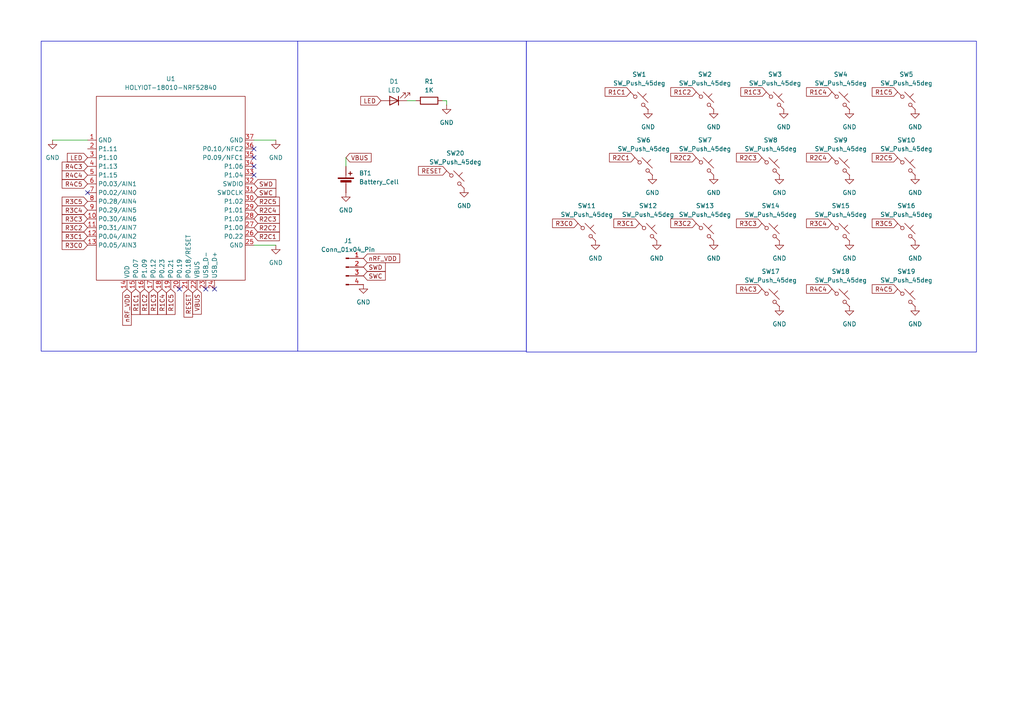
<source format=kicad_sch>
(kicad_sch (version 20250114) (generator "eeschema") (generator_version "9.0")
  (paper "A4")
  (lib_symbols
    (symbol "takemo:Battery_Cell" (pin_numbers (hide yes)) (pin_names (offset 0) (hide yes))
      (property "Reference" "BT" (at 2.54 2.54 0))
      (property "Value" "Battery_Cell" (at 2.54 0 0))
      (symbol "Battery_Cell_0_1"
        (rectangle (start -2.286 1.778) (end 2.286 1.524) (fill (type outline)))
        (rectangle (start -1.524 1.016) (end 1.524 0.508) (fill (type outline)))
        (polyline (pts (xy 0 1.778) (xy 0 2.54)))
        (polyline (pts (xy 0 0.762) (xy 0 0)))
        (polyline (pts (xy 0.762 3.048) (xy 1.778 3.048)) (stroke (width 0.254)))
        (polyline (pts (xy 1.27 3.556) (xy 1.27 2.54)) (stroke (width 0.254)))
      )
      (symbol "Battery_Cell_1_1"
        (pin passive line (at 0 5.08 270) (length 2.54) (name "+") (number "1"))
        (pin passive line (at 0 -2.54 90) (length 2.54) (name "-") (number "2"))
      )
    )
    (symbol "takemo:Conn_01x04_Pin" (pin_names (offset 1.016) (hide yes))
      (property "Reference" "J" (at 0 5.08 0))
      (property "Value" "Conn_01x04_Pin" (at 0 -7.62 0))
      (symbol "Conn_01x04_Pin_1_1"
        (rectangle (start 0.8636 2.667) (end 0 2.413) (stroke (width 0.1524)) (fill (type outline)))
        (rectangle (start 0.8636 0.127) (end 0 -0.127) (stroke (width 0.1524)) (fill (type outline)))
        (rectangle (start 0.8636 -2.413) (end 0 -2.667) (stroke (width 0.1524)) (fill (type outline)))
        (rectangle (start 0.8636 -4.953) (end 0 -5.207) (stroke (width 0.1524)) (fill (type outline)))
        (polyline (pts (xy 1.27 2.54) (xy 0.8636 2.54)) (stroke (width 0.1524)))
        (polyline (pts (xy 1.27 0) (xy 0.8636 0)) (stroke (width 0.1524)))
        (polyline (pts (xy 1.27 -2.54) (xy 0.8636 -2.54)) (stroke (width 0.1524)))
        (polyline (pts (xy 1.27 -5.08) (xy 0.8636 -5.08)) (stroke (width 0.1524)))
        (pin passive line (at 5.08 2.54 180) (length 3.81) (name "Pin_1") (number "1"))
        (pin passive line (at 5.08 0 180) (length 3.81) (name "Pin_2") (number "2"))
        (pin passive line (at 5.08 -2.54 180) (length 3.81) (name "Pin_3") (number "3"))
        (pin passive line (at 5.08 -5.08 180) (length 3.81) (name "Pin_4") (number "4"))
      )
    )
    (symbol "takemo:GND" (power) (pin_numbers (hide yes)) (pin_names (offset 0) (hide yes))
      (property "Value" "GND" (at 0 -3.81 0))
      (symbol "GND_0_1"
        (polyline (pts (xy 0 0) (xy 0 -1.27) (xy 1.27 -1.27) (xy 0 -2.54) (xy -1.27 -1.27) (xy 0 -1.27)))
      )
      (symbol "GND_1_1"
        (pin power_in line (at 0 0 270) (length 0) (name "~") (number "1"))
      )
    )
    (symbol "takemo:HOLYIOT-18010-NRF52840"
      (property "Reference" "U1" (at 0 31.75 0))
      (property "Value" "HOLYIOT-18010-NRF52840" (at 0 29.21 0))
      (symbol "HOLYIOT-18010-NRF52840_0_1"
        (rectangle (start -21.59 27.94) (end 21.59 -25.4))
      )
      (symbol "HOLYIOT-18010-NRF52840_1_1"
        (pin power_in line (at -24.13 15.24 0) (length 2.54) (name "GND") (number "1"))
        (pin input line (at -24.13 12.7 0) (length 2.54) (name "P1.11") (number "2"))
        (pin input line (at -24.13 10.16 0) (length 2.54) (name "P1.10") (number "3"))
        (pin input line (at -24.13 7.62 0) (length 2.54) (name "P1.13") (number "4"))
        (pin input line (at -24.13 5.08 0) (length 2.54) (name "P1.15") (number "5"))
        (pin input line (at -24.13 2.54 0) (length 2.54) (name "P0.03/AIN1") (number "6"))
        (pin input line (at -24.13 0 0) (length 2.54) (name "P0.02/AIN0") (number "7"))
        (pin input line (at -24.13 -2.54 0) (length 2.54) (name "P0.28/AIN4") (number "8"))
        (pin input line (at -24.13 -5.08 0) (length 2.54) (name "P0.29/AIN5") (number "9"))
        (pin input line (at -24.13 -7.62 0) (length 2.54) (name "P0.30/AIN6") (number "10"))
        (pin input line (at -24.13 -10.16 0) (length 2.54) (name "P0.31/AIN7") (number "11"))
        (pin input line (at -24.13 -12.7 0) (length 2.54) (name "P0.04/AIN2") (number "12"))
        (pin input line (at -24.13 -15.24 0) (length 2.54) (name "P0.05/AIN3") (number "13"))
        (pin power_in line (at -12.7 -27.94 90) (length 2.54) (name "VDD") (number "14"))
        (pin input line (at -10.16 -27.94 90) (length 2.54) (name "P0.07") (number "15"))
        (pin input line (at -7.62 -27.94 90) (length 2.54) (name "P1.09") (number "16"))
        (pin input line (at -5.08 -27.94 90) (length 2.54) (name "P0.12") (number "17"))
        (pin input line (at -2.54 -27.94 90) (length 2.54) (name "P0.23") (number "18"))
        (pin input line (at 0 -27.94 90) (length 2.54) (name "P0.21") (number "19"))
        (pin input line (at 2.54 -27.94 90) (length 2.54) (name "P0.19") (number "20"))
        (pin input line (at 5.08 -27.94 90) (length 2.54) (name "P0.18/RESET") (number "21"))
        (pin power_in line (at 7.62 -27.94 90) (length 2.54) (name "VBUS") (number "22"))
        (pin input line (at 10.16 -27.94 90) (length 2.54) (name "USB_D-") (number "23"))
        (pin input line (at 12.7 -27.94 90) (length 2.54) (name "USB_D+") (number "24"))
        (pin power_in line (at 24.13 15.24 180) (length 2.54) (name "GND") (number "37"))
        (pin input line (at 24.13 12.7 180) (length 2.54) (name "P0.10/NFC2") (number "36"))
        (pin input line (at 24.13 10.16 180) (length 2.54) (name "P0.09/NFC1") (number "35"))
        (pin input line (at 24.13 7.62 180) (length 2.54) (name "P1.06") (number "34"))
        (pin input line (at 24.13 5.08 180) (length 2.54) (name "P1.04") (number "33"))
        (pin input line (at 24.13 2.54 180) (length 2.54) (name "SWDIO") (number "32"))
        (pin input line (at 24.13 0 180) (length 2.54) (name "SWDCLK") (number "31"))
        (pin input line (at 24.13 -2.54 180) (length 2.54) (name "P1.02") (number "30"))
        (pin input line (at 24.13 -5.08 180) (length 2.54) (name "P1.01") (number "29"))
        (pin input line (at 24.13 -7.62 180) (length 2.54) (name "P1.03") (number "28"))
        (pin input line (at 24.13 -10.16 180) (length 2.54) (name "P1.00") (number "27"))
        (pin input line (at 24.13 -12.7 180) (length 2.54) (name "P0.22") (number "26"))
        (pin power_in line (at 24.13 -15.24 180) (length 2.54) (name "GND") (number "25"))
      )
    )
    (symbol "takemo:LED" (pin_numbers (hide yes)) (pin_names (offset 1.016) (hide yes))
      (property "Reference" "D" (at 0 2.54 0))
      (property "Value" "LED" (at 0 -2.54 0))
      (symbol "LED_0_1"
        (polyline (pts (xy -3.048 -0.762) (xy -4.572 -2.286) (xy -3.81 -2.286) (xy -4.572 -2.286) (xy -4.572 -1.524)))
        (polyline (pts (xy -1.778 -0.762) (xy -3.302 -2.286) (xy -2.54 -2.286) (xy -3.302 -2.286) (xy -3.302 -1.524)))
        (polyline (pts (xy -1.27 0) (xy 1.27 0)))
        (polyline (pts (xy -1.27 -1.27) (xy -1.27 1.27)) (stroke (width 0.254)))
        (polyline (pts (xy 1.27 -1.27) (xy 1.27 1.27) (xy -1.27 0) (xy 1.27 -1.27)) (stroke (width 0.254)))
      )
      (symbol "LED_1_1"
        (pin passive line (at -3.81 0 0) (length 2.54) (name "K") (number "1"))
        (pin passive line (at 3.81 0 180) (length 2.54) (name "A") (number "2"))
      )
    )
    (symbol "takemo:R" (pin_numbers (hide yes)) (pin_names (offset 0))
      (property "Reference" "R" (at 2.032 0 90))
      (property "Value" "R" (at 0 0 90))
      (symbol "R_0_1"
        (rectangle (start -1.016 -2.54) (end 1.016 2.54) (stroke (width 0.254)))
      )
      (symbol "R_1_1"
        (pin passive line (at 0 3.81 270) (length 1.27) (name "~") (number "1"))
        (pin passive line (at 0 -3.81 90) (length 1.27) (name "~") (number "2"))
      )
    )
    (symbol "takemo:SW_Push_45deg" (pin_numbers (hide yes)) (pin_names (offset 1.016) (hide yes))
      (property "Reference" "SW" (at 3.048 1.016 0))
      (property "Value" "SW_Push_45deg" (at 0 -3.81 0))
      (symbol "SW_Push_45deg_0_1"
        (polyline (pts (xy -2.54 2.54) (xy -1.524 1.524) (xy -1.524 1.524)))
        (circle (center -1.1684 1.1684) (radius 0.508))
        (polyline (pts (xy -0.508 2.54) (xy 2.54 -0.508)))
        (polyline (pts (xy 1.016 1.016) (xy 2.032 2.032)))
        (circle (center 1.143 -1.1938) (radius 0.508))
        (polyline (pts (xy 1.524 -1.524) (xy 2.54 -2.54) (xy 2.54 -2.54) (xy 2.54 -2.54)))
        (pin passive line (at -2.54 2.54 0) (length 0) (name "1") (number "1"))
        (pin passive line (at 2.54 -2.54 180) (length 0) (name "2") (number "2"))
      )
    )
  )
  (rectangle (start 152.654 11.938) (end 283.21 102.108))
  (rectangle (start 11.938 11.938) (end 86.36 101.854))
  (rectangle (start 86.36 11.938) (end 152.654 101.854))
  (no_connect (at 73.66 50.8))
  (no_connect (at 25.4 55.88))
  (no_connect (at 59.69 83.82))
  (no_connect (at 52.07 83.82))
  (no_connect (at 73.66 43.18))
  (no_connect (at 73.66 48.26))
  (no_connect (at 62.23 83.82))
  (no_connect (at 73.66 45.72))
  (wire (pts (xy 15.24 40.64) (xy 25.4 40.64)))
  (wire (pts (xy 100.33 48.26) (xy 100.33 45.72)))
  (wire (pts (xy 129.54 29.21) (xy 128.27 29.21)))
  (wire (pts (xy 120.65 29.21) (xy 118.11 29.21)))
  (wire (pts (xy 129.54 30.48) (xy 129.54 29.21)))
  (wire (pts (xy 80.01 40.64) (xy 73.66 40.64)))
  (wire (pts (xy 80.01 71.12) (xy 73.66 71.12)))
  (global_label "R2C3" (shape input) (at 220.98 45.72 180) (property "Intersheetrefs" "${INTERSHEET_REFS}" (effects (hide yes))))
  (global_label "R3C0" (shape input) (at 167.64 64.77 180) (property "Intersheetrefs" "${INTERSHEET_REFS}" (effects (hide yes))))
  (global_label "nRF_VDD" (shape input) (at 36.83 83.82 270) (property "Intersheetrefs" "${INTERSHEET_REFS}" (effects (hide yes))))
  (global_label "R1C5" (shape input) (at 260.35 26.67 180) (property "Intersheetrefs" "${INTERSHEET_REFS}" (effects (hide yes))))
  (global_label "R1C1" (shape input) (at 39.37 83.82 270) (property "Intersheetrefs" "${INTERSHEET_REFS}" (effects (hide yes))))
  (global_label "R4C4" (shape input) (at 241.3 83.82 180) (property "Intersheetrefs" "${INTERSHEET_REFS}" (effects (hide yes))))
  (global_label "R3C3" (shape input) (at 25.4 63.5 180) (property "Intersheetrefs" "${INTERSHEET_REFS}" (effects (hide yes))))
  (global_label "R3C3" (shape input) (at 220.98 64.77 180) (property "Intersheetrefs" "${INTERSHEET_REFS}" (effects (hide yes))))
  (global_label "LED" (shape input) (at 110.49 29.21 180) (property "Intersheetrefs" "${INTERSHEET_REFS}" (effects (hide yes))))
  (global_label "LED" (shape input) (at 25.4 45.72 180) (property "Intersheetrefs" "${INTERSHEET_REFS}" (effects (hide yes))))
  (global_label "VBUS" (shape input) (at 100.33 45.72 0) (property "Intersheetrefs" "${INTERSHEET_REFS}" (effects (hide yes))))
  (global_label "R1C3" (shape input) (at 222.25 26.67 180) (property "Intersheetrefs" "${INTERSHEET_REFS}" (effects (hide yes))))
  (global_label "R3C4" (shape input) (at 241.3 64.77 180) (property "Intersheetrefs" "${INTERSHEET_REFS}" (effects (hide yes))))
  (global_label "SWD" (shape input) (at 73.66 53.34 0) (property "Intersheetrefs" "${INTERSHEET_REFS}" (effects (hide yes))))
  (global_label "R2C3" (shape input) (at 73.66 63.5 0) (property "Intersheetrefs" "${INTERSHEET_REFS}" (effects (hide yes))))
  (global_label "R4C5" (shape input) (at 25.4 53.34 180) (property "Intersheetrefs" "${INTERSHEET_REFS}" (effects (hide yes))))
  (global_label "R2C4" (shape input) (at 73.66 60.96 0) (property "Intersheetrefs" "${INTERSHEET_REFS}" (effects (hide yes))))
  (global_label "R1C3" (shape input) (at 44.45 83.82 270) (property "Intersheetrefs" "${INTERSHEET_REFS}" (effects (hide yes))))
  (global_label "R1C2" (shape input) (at 201.93 26.67 180) (property "Intersheetrefs" "${INTERSHEET_REFS}" (effects (hide yes))))
  (global_label "RESET" (shape input) (at 129.54 49.53 180) (property "Intersheetrefs" "${INTERSHEET_REFS}" (effects (hide yes))))
  (global_label "R3C2" (shape input) (at 201.93 64.77 180) (property "Intersheetrefs" "${INTERSHEET_REFS}" (effects (hide yes))))
  (global_label "R2C1" (shape input) (at 73.66 68.58 0) (property "Intersheetrefs" "${INTERSHEET_REFS}" (effects (hide yes))))
  (global_label "R1C2" (shape input) (at 41.91 83.82 270) (property "Intersheetrefs" "${INTERSHEET_REFS}" (effects (hide yes))))
  (global_label "R2C4" (shape input) (at 241.3 45.72 180) (property "Intersheetrefs" "${INTERSHEET_REFS}" (effects (hide yes))))
  (global_label "R2C1" (shape input) (at 184.15 45.72 180) (property "Intersheetrefs" "${INTERSHEET_REFS}" (effects (hide yes))))
  (global_label "R2C2" (shape input) (at 201.93 45.72 180) (property "Intersheetrefs" "${INTERSHEET_REFS}" (effects (hide yes))))
  (global_label "R3C5" (shape input) (at 25.4 58.42 180) (property "Intersheetrefs" "${INTERSHEET_REFS}" (effects (hide yes))))
  (global_label "R3C1" (shape input) (at 25.4 68.58 180) (property "Intersheetrefs" "${INTERSHEET_REFS}" (effects (hide yes))))
  (global_label "nRF_VDD" (shape input) (at 105.41 74.93 0) (property "Intersheetrefs" "${INTERSHEET_REFS}" (effects (hide yes))))
  (global_label "SWD" (shape input) (at 105.41 77.47 0) (property "Intersheetrefs" "${INTERSHEET_REFS}" (effects (hide yes))))
  (global_label "R2C5" (shape input) (at 260.35 45.72 180) (property "Intersheetrefs" "${INTERSHEET_REFS}" (effects (hide yes))))
  (global_label "SWC" (shape input) (at 105.41 80.01 0) (property "Intersheetrefs" "${INTERSHEET_REFS}" (effects (hide yes))))
  (global_label "VBUS" (shape input) (at 57.15 83.82 270) (property "Intersheetrefs" "${INTERSHEET_REFS}" (effects (hide yes))))
  (global_label "R2C5" (shape input) (at 73.66 58.42 0) (property "Intersheetrefs" "${INTERSHEET_REFS}" (effects (hide yes))))
  (global_label "R2C2" (shape input) (at 73.66 66.04 0) (property "Intersheetrefs" "${INTERSHEET_REFS}" (effects (hide yes))))
  (global_label "RESET" (shape input) (at 54.61 83.82 270) (property "Intersheetrefs" "${INTERSHEET_REFS}" (effects (hide yes))))
  (global_label "SWC" (shape input) (at 73.66 55.88 0) (property "Intersheetrefs" "${INTERSHEET_REFS}" (effects (hide yes))))
  (global_label "R4C3" (shape input) (at 220.98 83.82 180) (property "Intersheetrefs" "${INTERSHEET_REFS}" (effects (hide yes))))
  (global_label "R1C1" (shape input) (at 182.88 26.67 180) (property "Intersheetrefs" "${INTERSHEET_REFS}" (effects (hide yes))))
  (global_label "R1C4" (shape input) (at 46.99 83.82 270) (property "Intersheetrefs" "${INTERSHEET_REFS}" (effects (hide yes))))
  (global_label "R3C5" (shape input) (at 260.35 64.77 180) (property "Intersheetrefs" "${INTERSHEET_REFS}" (effects (hide yes))))
  (global_label "R3C4" (shape input) (at 25.4 60.96 180) (property "Intersheetrefs" "${INTERSHEET_REFS}" (effects (hide yes))))
  (global_label "R3C0" (shape input) (at 25.4 71.12 180) (property "Intersheetrefs" "${INTERSHEET_REFS}" (effects (hide yes))))
  (global_label "R3C2" (shape input) (at 25.4 66.04 180) (property "Intersheetrefs" "${INTERSHEET_REFS}" (effects (hide yes))))
  (global_label "R1C4" (shape input) (at 241.3 26.67 180) (property "Intersheetrefs" "${INTERSHEET_REFS}" (effects (hide yes))))
  (global_label "R4C5" (shape input) (at 260.35 83.82 180) (property "Intersheetrefs" "${INTERSHEET_REFS}" (effects (hide yes))))
  (global_label "R4C4" (shape input) (at 25.4 50.8 180) (property "Intersheetrefs" "${INTERSHEET_REFS}" (effects (hide yes))))
  (global_label "R3C1" (shape input) (at 185.42 64.77 180) (property "Intersheetrefs" "${INTERSHEET_REFS}" (effects (hide yes))))
  (global_label "R4C3" (shape input) (at 25.4 48.26 180) (property "Intersheetrefs" "${INTERSHEET_REFS}" (effects (hide yes))))
  (global_label "R1C5" (shape input) (at 49.53 83.82 270) (property "Intersheetrefs" "${INTERSHEET_REFS}" (effects (hide yes))))
  (symbol (lib_id "takemo:Battery_Cell") (at 100.33 53.34 0) (unit 1)
    (property "Reference" "BT1" (at 104.14 50.2284 0) (effects (justify left)))
    (property "Value" "Battery_Cell" (at 104.14 52.7684 0) (effects (justify left)))
    (property "Footprint" "takemo:BAT-SMD_MY-1632-03" (effects (hide yes)))
    (property "Description" "Single-cell battery" (effects (hide yes)))
  )
  (symbol (lib_id "takemo:GND") (at 246.38 50.8 0) (unit 1)
    (property "Reference" "#PWR015" (effects (hide yes)))
    (property "Value" "GND" (at 246.38 55.88 0))
    (property "Description" "Power symbol creates a global label with name \"GND\" , ground" (effects (hide yes)))
  )
  (symbol (lib_id "takemo:GND") (at 15.24 40.64 0) (unit 1)
    (property "Reference" "#PWR01" (effects (hide yes)))
    (property "Value" "GND" (at 15.24 45.72 0))
    (property "Description" "Power symbol creates a global label with name \"GND\" , ground" (effects (hide yes)))
  )
  (symbol (lib_id "takemo:SW_Push_45deg") (at 185.42 29.21 0) (unit 1)
    (property "Reference" "SW1" (at 185.42 21.59 0))
    (property "Value" "SW_Push_45deg" (at 185.42 24.13 0))
    (property "Footprint" "takemo:CPG1316S01D02" (effects (hide yes)))
    (property "Description" "Push button switch, normally open, two pins, 45° tilted" (effects (hide yes)))
  )
  (symbol (lib_id "takemo:GND") (at 265.43 69.85 0) (unit 1)
    (property "Reference" "#PWR021" (effects (hide yes)))
    (property "Value" "GND" (at 265.43 74.93 0))
    (property "Description" "Power symbol creates a global label with name \"GND\" , ground" (effects (hide yes)))
  )
  (symbol (lib_id "takemo:GND") (at 226.06 69.85 0) (unit 1)
    (property "Reference" "#PWR019" (effects (hide yes)))
    (property "Value" "GND" (at 226.06 74.93 0))
    (property "Description" "Power symbol creates a global label with name \"GND\" , ground" (effects (hide yes)))
  )
  (symbol (lib_id "takemo:GND") (at 172.72 69.85 0) (unit 1)
    (property "Reference" "#PWR013" (effects (hide yes)))
    (property "Value" "GND" (at 172.72 74.93 0))
    (property "Description" "Power symbol creates a global label with name \"GND\" , ground" (effects (hide yes)))
  )
  (symbol (lib_id "takemo:GND") (at 227.33 31.75 0) (unit 1)
    (property "Reference" "#PWR08" (effects (hide yes)))
    (property "Value" "GND" (at 227.33 36.83 0))
    (property "Description" "Power symbol creates a global label with name \"GND\" , ground" (effects (hide yes)))
  )
  (symbol (lib_id "takemo:HOLYIOT-18010-NRF52840") (at 49.53 55.88 0) (unit 1)
    (property "Reference" "U1" (at 49.53 22.86 0))
    (property "Value" "HOLYIOT-18010-NRF52840" (at 49.53 25.4 0))
    (property "Footprint" "takemo:Holyiot-18010-nRF52840" (effects (hide yes)))
  )
  (symbol (lib_id "takemo:SW_Push_45deg") (at 132.08 52.07 0) (unit 1)
    (property "Reference" "SW20" (at 132.08 44.45 0))
    (property "Value" "SW_Push_45deg" (at 132.08 46.99 0))
    (property "Footprint" "takemo:SW_SPST_B3U-3000P-B" (effects (hide yes)))
    (property "Description" "Push button switch, normally open, two pins, 45° tilted" (effects (hide yes)))
  )
  (symbol (lib_id "takemo:GND") (at 207.01 31.75 0) (unit 1)
    (property "Reference" "#PWR07" (effects (hide yes)))
    (property "Value" "GND" (at 207.01 36.83 0))
    (property "Description" "Power symbol creates a global label with name \"GND\" , ground" (effects (hide yes)))
  )
  (symbol (lib_id "takemo:SW_Push_45deg") (at 170.18 67.31 0) (unit 1)
    (property "Reference" "SW11" (at 170.18 59.69 0))
    (property "Value" "SW_Push_45deg" (at 170.18 62.23 0))
    (property "Footprint" "takemo:CPG1316S01D02" (effects (hide yes)))
    (property "Description" "Push button switch, normally open, two pins, 45° tilted" (effects (hide yes)))
  )
  (symbol (lib_id "takemo:SW_Push_45deg") (at 223.52 48.26 0) (unit 1)
    (property "Reference" "SW8" (at 223.52 40.64 0))
    (property "Value" "SW_Push_45deg" (at 223.52 43.18 0))
    (property "Footprint" "takemo:CPG1316S01D02" (effects (hide yes)))
    (property "Description" "Push button switch, normally open, two pins, 45° tilted" (effects (hide yes)))
  )
  (symbol (lib_id "takemo:SW_Push_45deg") (at 223.52 86.36 0) (unit 1)
    (property "Reference" "SW17" (at 223.52 78.74 0))
    (property "Value" "SW_Push_45deg" (at 223.52 81.28 0))
    (property "Footprint" "takemo:CPG1316S01D02" (effects (hide yes)))
    (property "Description" "Push button switch, normally open, two pins, 45° tilted" (effects (hide yes)))
  )
  (symbol (lib_id "takemo:GND") (at 105.41 82.55 0) (unit 1)
    (property "Reference" "#PWR025" (effects (hide yes)))
    (property "Value" "GND" (at 105.41 87.63 0))
    (property "Description" "Power symbol creates a global label with name \"GND\" , ground" (effects (hide yes)))
  )
  (symbol (lib_id "takemo:GND") (at 226.06 88.9 0) (unit 1)
    (property "Reference" "#PWR022" (effects (hide yes)))
    (property "Value" "GND" (at 226.06 93.98 0))
    (property "Description" "Power symbol creates a global label with name \"GND\" , ground" (effects (hide yes)))
  )
  (symbol (lib_id "takemo:SW_Push_45deg") (at 223.52 67.31 0) (unit 1)
    (property "Reference" "SW14" (at 223.52 59.69 0))
    (property "Value" "SW_Push_45deg" (at 223.52 62.23 0))
    (property "Footprint" "takemo:CPG1316S01D02" (effects (hide yes)))
    (property "Description" "Push button switch, normally open, two pins, 45° tilted" (effects (hide yes)))
  )
  (symbol (lib_id "takemo:GND") (at 265.43 31.75 0) (unit 1)
    (property "Reference" "#PWR010" (effects (hide yes)))
    (property "Value" "GND" (at 265.43 36.83 0))
    (property "Description" "Power symbol creates a global label with name \"GND\" , ground" (effects (hide yes)))
  )
  (symbol (lib_id "takemo:GND") (at 246.38 31.75 0) (unit 1)
    (property "Reference" "#PWR09" (effects (hide yes)))
    (property "Value" "GND" (at 246.38 36.83 0))
    (property "Description" "Power symbol creates a global label with name \"GND\" , ground" (effects (hide yes)))
  )
  (symbol (lib_id "takemo:GND") (at 80.01 40.64 0) (unit 1)
    (property "Reference" "#PWR02" (effects (hide yes)))
    (property "Value" "GND" (at 80.01 45.72 0))
    (property "Description" "Power symbol creates a global label with name \"GND\" , ground" (effects (hide yes)))
  )
  (symbol (lib_id "takemo:GND") (at 189.23 50.8 0) (unit 1)
    (property "Reference" "#PWR011" (effects (hide yes)))
    (property "Value" "GND" (at 189.23 55.88 0))
    (property "Description" "Power symbol creates a global label with name \"GND\" , ground" (effects (hide yes)))
  )
  (symbol (lib_id "takemo:GND") (at 207.01 69.85 0) (unit 1)
    (property "Reference" "#PWR018" (effects (hide yes)))
    (property "Value" "GND" (at 207.01 74.93 0))
    (property "Description" "Power symbol creates a global label with name \"GND\" , ground" (effects (hide yes)))
  )
  (symbol (lib_id "takemo:SW_Push_45deg") (at 243.84 29.21 0) (unit 1)
    (property "Reference" "SW4" (at 243.84 21.59 0))
    (property "Value" "SW_Push_45deg" (at 243.84 24.13 0))
    (property "Footprint" "takemo:CPG1316S01D02" (effects (hide yes)))
    (property "Description" "Push button switch, normally open, two pins, 45° tilted" (effects (hide yes)))
  )
  (symbol (lib_id "takemo:SW_Push_45deg") (at 187.96 67.31 0) (unit 1)
    (property "Reference" "SW12" (at 187.96 59.69 0))
    (property "Value" "SW_Push_45deg" (at 187.96 62.23 0))
    (property "Footprint" "takemo:CPG1316S01D02" (effects (hide yes)))
    (property "Description" "Push button switch, normally open, two pins, 45° tilted" (effects (hide yes)))
  )
  (symbol (lib_id "takemo:GND") (at 190.5 69.85 0) (unit 1)
    (property "Reference" "#PWR012" (effects (hide yes)))
    (property "Value" "GND" (at 190.5 74.93 0))
    (property "Description" "Power symbol creates a global label with name \"GND\" , ground" (effects (hide yes)))
  )
  (symbol (lib_id "takemo:SW_Push_45deg") (at 262.89 86.36 0) (unit 1)
    (property "Reference" "SW19" (at 262.89 78.74 0))
    (property "Value" "SW_Push_45deg" (at 262.89 81.28 0))
    (property "Footprint" "takemo:CPG1316S01D02" (effects (hide yes)))
    (property "Description" "Push button switch, normally open, two pins, 45° tilted" (effects (hide yes)))
  )
  (symbol (lib_id "takemo:GND") (at 134.62 54.61 0) (unit 1)
    (property "Reference" "#PWR05" (effects (hide yes)))
    (property "Value" "GND" (at 134.62 59.69 0))
    (property "Description" "Power symbol creates a global label with name \"GND\" , ground" (effects (hide yes)))
  )
  (symbol (lib_id "takemo:Conn_01x04_Pin") (at 100.33 77.47 0) (unit 1)
    (property "Reference" "J1" (at 100.965 69.85 0))
    (property "Value" "Conn_01x04_Pin" (at 100.965 72.39 0))
    (property "Footprint" "takemo:PinHeader_1x04_P1.00mm_Vertical" (effects (hide yes)))
    (property "Description" "Generic connector, single row, 01x04, script generated" (effects (hide yes)))
  )
  (symbol (lib_id "takemo:SW_Push_45deg") (at 204.47 29.21 0) (unit 1)
    (property "Reference" "SW2" (at 204.47 21.59 0))
    (property "Value" "SW_Push_45deg" (at 204.47 24.13 0))
    (property "Footprint" "takemo:CPG1316S01D02" (effects (hide yes)))
    (property "Description" "Push button switch, normally open, two pins, 45° tilted" (effects (hide yes)))
  )
  (symbol (lib_id "takemo:GND") (at 246.38 69.85 0) (unit 1)
    (property "Reference" "#PWR020" (effects (hide yes)))
    (property "Value" "GND" (at 246.38 74.93 0))
    (property "Description" "Power symbol creates a global label with name \"GND\" , ground" (effects (hide yes)))
  )
  (symbol (lib_id "takemo:GND") (at 207.01 50.8 0) (unit 1)
    (property "Reference" "#PWR017" (effects (hide yes)))
    (property "Value" "GND" (at 207.01 55.88 0))
    (property "Description" "Power symbol creates a global label with name \"GND\" , ground" (effects (hide yes)))
  )
  (symbol (lib_id "takemo:SW_Push_45deg") (at 186.69 48.26 0) (unit 1)
    (property "Reference" "SW6" (at 186.69 40.64 0))
    (property "Value" "SW_Push_45deg" (at 186.69 43.18 0))
    (property "Footprint" "takemo:CPG1316S01D02" (effects (hide yes)))
    (property "Description" "Push button switch, normally open, two pins, 45° tilted" (effects (hide yes)))
  )
  (symbol (lib_id "takemo:SW_Push_45deg") (at 262.89 29.21 0) (unit 1)
    (property "Reference" "SW5" (at 262.89 21.59 0))
    (property "Value" "SW_Push_45deg" (at 262.89 24.13 0))
    (property "Footprint" "takemo:CPG1316S01D02" (effects (hide yes)))
    (property "Description" "Push button switch, normally open, two pins, 45° tilted" (effects (hide yes)))
  )
  (symbol (lib_id "takemo:GND") (at 80.01 71.12 0) (unit 1)
    (property "Reference" "#PWR03" (effects (hide yes)))
    (property "Value" "GND" (at 80.01 76.2 0))
    (property "Description" "Power symbol creates a global label with name \"GND\" , ground" (effects (hide yes)))
  )
  (symbol (lib_id "takemo:GND") (at 226.06 50.8 0) (unit 1)
    (property "Reference" "#PWR016" (effects (hide yes)))
    (property "Value" "GND" (at 226.06 55.88 0))
    (property "Description" "Power symbol creates a global label with name \"GND\" , ground" (effects (hide yes)))
  )
  (symbol (lib_id "takemo:SW_Push_45deg") (at 204.47 67.31 0) (unit 1)
    (property "Reference" "SW13" (at 204.47 59.69 0))
    (property "Value" "SW_Push_45deg" (at 204.47 62.23 0))
    (property "Footprint" "takemo:CPG1316S01D02" (effects (hide yes)))
    (property "Description" "Push button switch, normally open, two pins, 45° tilted" (effects (hide yes)))
  )
  (symbol (lib_id "takemo:GND") (at 246.38 88.9 0) (unit 1)
    (property "Reference" "#PWR023" (effects (hide yes)))
    (property "Value" "GND" (at 246.38 93.98 0))
    (property "Description" "Power symbol creates a global label with name \"GND\" , ground" (effects (hide yes)))
  )
  (symbol (lib_id "takemo:SW_Push_45deg") (at 243.84 48.26 0) (unit 1)
    (property "Reference" "SW9" (at 243.84 40.64 0))
    (property "Value" "SW_Push_45deg" (at 243.84 43.18 0))
    (property "Footprint" "takemo:CPG1316S01D02" (effects (hide yes)))
    (property "Description" "Push button switch, normally open, two pins, 45° tilted" (effects (hide yes)))
  )
  (symbol (lib_id "takemo:SW_Push_45deg") (at 224.79 29.21 0) (unit 1)
    (property "Reference" "SW3" (at 224.79 21.59 0))
    (property "Value" "SW_Push_45deg" (at 224.79 24.13 0))
    (property "Footprint" "takemo:CPG1316S01D02" (effects (hide yes)))
    (property "Description" "Push button switch, normally open, two pins, 45° tilted" (effects (hide yes)))
  )
  (symbol (lib_id "takemo:GND") (at 187.96 31.75 0) (unit 1)
    (property "Reference" "#PWR06" (effects (hide yes)))
    (property "Value" "GND" (at 187.96 36.83 0))
    (property "Description" "Power symbol creates a global label with name \"GND\" , ground" (effects (hide yes)))
  )
  (symbol (lib_id "takemo:GND") (at 265.43 50.8 0) (unit 1)
    (property "Reference" "#PWR014" (effects (hide yes)))
    (property "Value" "GND" (at 265.43 55.88 0))
    (property "Description" "Power symbol creates a global label with name \"GND\" , ground" (effects (hide yes)))
  )
  (symbol (lib_id "takemo:SW_Push_45deg") (at 262.89 67.31 0) (unit 1)
    (property "Reference" "SW16" (at 262.89 59.69 0))
    (property "Value" "SW_Push_45deg" (at 262.89 62.23 0))
    (property "Footprint" "takemo:CPG1316S01D02" (effects (hide yes)))
    (property "Description" "Push button switch, normally open, two pins, 45° tilted" (effects (hide yes)))
  )
  (symbol (lib_id "takemo:SW_Push_45deg") (at 243.84 67.31 0) (unit 1)
    (property "Reference" "SW15" (at 243.84 59.69 0))
    (property "Value" "SW_Push_45deg" (at 243.84 62.23 0))
    (property "Footprint" "takemo:CPG1316S01D02" (effects (hide yes)))
    (property "Description" "Push button switch, normally open, two pins, 45° tilted" (effects (hide yes)))
  )
  (symbol (lib_id "takemo:SW_Push_45deg") (at 243.84 86.36 0) (unit 1)
    (property "Reference" "SW18" (at 243.84 78.74 0))
    (property "Value" "SW_Push_45deg" (at 243.84 81.28 0))
    (property "Footprint" "takemo:CPG1316S01D02" (effects (hide yes)))
    (property "Description" "Push button switch, normally open, two pins, 45° tilted" (effects (hide yes)))
  )
  (symbol (lib_id "takemo:GND") (at 129.54 30.48 0) (unit 1)
    (property "Reference" "#PWR026" (effects (hide yes)))
    (property "Value" "GND" (at 129.54 35.56 0))
    (property "Description" "Power symbol creates a global label with name \"GND\" , ground" (effects (hide yes)))
  )
  (symbol (lib_id "takemo:R") (at 124.46 29.21 90) (unit 1)
    (property "Reference" "R1" (at 124.46 23.622 90))
    (property "Value" "1K" (at 124.46 26.162 90))
    (property "Footprint" "takemo:R_0402_1005Metric_Pad0.72x0.64mm_HandSolder" (effects (hide yes)))
    (property "Description" "Resistor" (effects (hide yes)))
  )
  (symbol (lib_id "takemo:GND") (at 100.33 55.88 0) (unit 1)
    (property "Reference" "#PWR04" (effects (hide yes)))
    (property "Value" "GND" (at 100.33 60.96 0))
    (property "Description" "Power symbol creates a global label with name \"GND\" , ground" (effects (hide yes)))
  )
  (symbol (lib_id "takemo:LED") (at 114.3 29.21 180) (unit 1)
    (property "Reference" "D1" (at 114.3 23.622 0))
    (property "Value" "LED" (at 114.3 26.162 0))
    (property "Footprint" "takemo:LED_0402_1005Metric_Pad0.77x0.64mm_HandSolder" (effects (hide yes)))
    (property "Description" "Light emitting diode" (effects (hide yes)))
    (property "Sim.Pins" "1=K 2=A" (effects (hide yes)))
  )
  (symbol (lib_id "takemo:SW_Push_45deg") (at 262.89 48.26 0) (unit 1)
    (property "Reference" "SW10" (at 262.89 40.64 0))
    (property "Value" "SW_Push_45deg" (at 262.89 43.18 0))
    (property "Footprint" "takemo:CPG1316S01D02" (effects (hide yes)))
    (property "Description" "Push button switch, normally open, two pins, 45° tilted" (effects (hide yes)))
  )
  (symbol (lib_id "takemo:SW_Push_45deg") (at 204.47 48.26 0) (unit 1)
    (property "Reference" "SW7" (at 204.47 40.64 0))
    (property "Value" "SW_Push_45deg" (at 204.47 43.18 0))
    (property "Footprint" "takemo:CPG1316S01D02" (effects (hide yes)))
    (property "Description" "Push button switch, normally open, two pins, 45° tilted" (effects (hide yes)))
  )
  (symbol (lib_id "takemo:GND") (at 265.43 88.9 0) (unit 1)
    (property "Reference" "#PWR024" (effects (hide yes)))
    (property "Value" "GND" (at 265.43 93.98 0))
    (property "Description" "Power symbol creates a global label with name \"GND\" , ground" (effects (hide yes)))
  )
)
</source>
